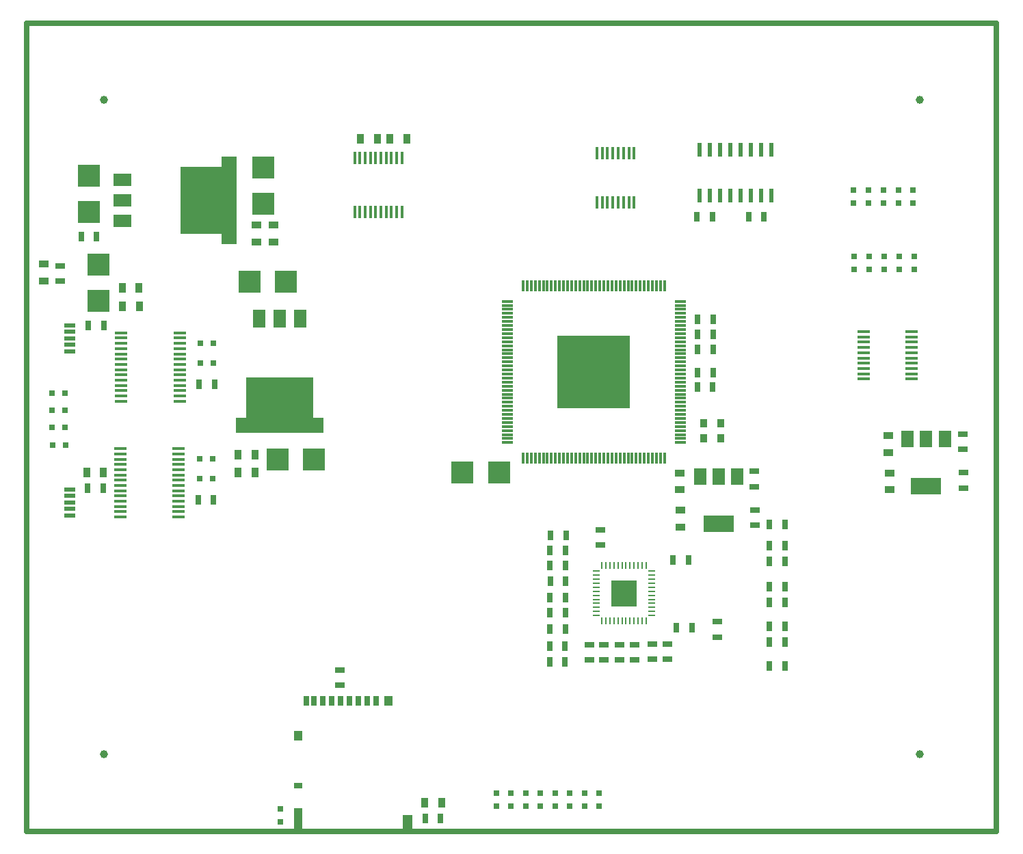
<source format=gtp>
G04*
G04 #@! TF.GenerationSoftware,Altium Limited,Altium Designer,18.1.7 (191)*
G04*
G04 Layer_Color=8421504*
%FSLAX24Y24*%
%MOIN*%
G70*
G01*
G75*
%ADD25C,0.0250*%
%ADD26R,0.0551X0.0197*%
%ADD27R,0.1102X0.1102*%
%ADD28R,0.0315X0.0276*%
%ADD29R,0.0354X0.0472*%
%ADD30R,0.0276X0.0512*%
%ADD31R,0.0160X0.0625*%
%ADD32R,0.0240X0.0650*%
%ADD33O,0.0630X0.0157*%
%ADD34R,0.0354X0.0394*%
%ADD35R,0.0512X0.0276*%
%ADD36R,0.0512X0.0748*%
%ADD37R,0.0394X0.1102*%
%ADD38R,0.0394X0.0472*%
%ADD39R,0.0276X0.0472*%
%ADD40R,0.0394X0.0315*%
%ADD41R,0.1102X0.1102*%
%ADD42R,0.0472X0.0354*%
%ADD43R,0.0276X0.0315*%
%ADD44R,0.0591X0.0157*%
%ADD45R,0.0118X0.0551*%
%ADD46R,0.0551X0.0118*%
%ADD47R,0.3575X0.3575*%
%ADD48R,0.0169X0.0642*%
%ADD49R,0.0110X0.0319*%
%ADD50R,0.0319X0.0110*%
%ADD51R,0.3280X0.2000*%
%ADD52R,0.0600X0.0850*%
%ADD53R,0.4250X0.0750*%
%ADD54R,0.0750X0.4250*%
%ADD55R,0.0850X0.0600*%
%ADD56R,0.2000X0.3280*%
%ADD57R,0.1496X0.0846*%
%ADD58R,0.0591X0.0846*%
%ADD59C,0.0394*%
G36*
X28451Y12201D02*
X29712D01*
Y10940D01*
X28451D01*
Y12201D01*
D02*
G37*
D25*
X-24Y-25D02*
X47219D01*
Y39367D01*
X-24D02*
X47219D01*
X-24D02*
X-24Y-25D01*
D26*
X2070Y16630D02*
D03*
Y16315D02*
D03*
Y16000D02*
D03*
Y15685D02*
D03*
Y15370D02*
D03*
X2070Y23370D02*
D03*
Y23685D02*
D03*
Y24000D02*
D03*
Y24315D02*
D03*
Y24630D02*
D03*
D27*
X2990Y30168D02*
D03*
Y31940D02*
D03*
X3457Y27593D02*
D03*
Y25822D02*
D03*
X11500Y32332D02*
D03*
Y30560D02*
D03*
D28*
X12340Y1044D02*
D03*
Y414D02*
D03*
X43230Y28000D02*
D03*
Y27370D02*
D03*
X42496Y28000D02*
D03*
Y27370D02*
D03*
X41762Y28000D02*
D03*
Y27370D02*
D03*
X41028Y28000D02*
D03*
Y27370D02*
D03*
X40294Y28000D02*
D03*
Y27370D02*
D03*
X43178Y31227D02*
D03*
Y30597D02*
D03*
X42448Y31227D02*
D03*
Y30597D02*
D03*
X41719Y31227D02*
D03*
Y30597D02*
D03*
X40989Y31227D02*
D03*
Y30597D02*
D03*
X40261Y31227D02*
D03*
Y30597D02*
D03*
X26444Y1833D02*
D03*
Y1203D02*
D03*
X27161Y1833D02*
D03*
Y1203D02*
D03*
X27877Y1833D02*
D03*
Y1203D02*
D03*
X25011Y1833D02*
D03*
Y1203D02*
D03*
X25728Y1833D02*
D03*
Y1203D02*
D03*
X22861Y1833D02*
D03*
Y1203D02*
D03*
X23578Y1833D02*
D03*
Y1203D02*
D03*
X24294Y1833D02*
D03*
Y1203D02*
D03*
D29*
X20194Y1351D02*
D03*
X19368D02*
D03*
X2882Y17472D02*
D03*
X3709D02*
D03*
X5440Y26443D02*
D03*
X4614D02*
D03*
X5460Y25573D02*
D03*
X4634D02*
D03*
X10272Y18337D02*
D03*
X11099D02*
D03*
X10264Y17452D02*
D03*
X11091D02*
D03*
X17673Y33734D02*
D03*
X18500D02*
D03*
X16230Y33739D02*
D03*
X17057D02*
D03*
D30*
X19382Y605D02*
D03*
X20130D02*
D03*
X35895Y29935D02*
D03*
X35147D02*
D03*
X32635Y29937D02*
D03*
X33383D02*
D03*
X2632Y28960D02*
D03*
X3380D02*
D03*
X26206Y8223D02*
D03*
X25458D02*
D03*
X32385Y9890D02*
D03*
X31637D02*
D03*
X32220Y13205D02*
D03*
X31472D02*
D03*
X26251Y14408D02*
D03*
X25503D02*
D03*
X8372Y21766D02*
D03*
X9120D02*
D03*
X33407Y21614D02*
D03*
X32659D02*
D03*
X33416Y22328D02*
D03*
X32668D02*
D03*
X33417Y23458D02*
D03*
X32668D02*
D03*
X33416Y24178D02*
D03*
X32668D02*
D03*
X33422Y24918D02*
D03*
X32674D02*
D03*
X25448Y8983D02*
D03*
X26196D02*
D03*
X26221Y9839D02*
D03*
X25473D02*
D03*
X25477Y10620D02*
D03*
X26225D02*
D03*
X25467Y11360D02*
D03*
X26215D02*
D03*
X25486Y12175D02*
D03*
X26234D02*
D03*
X25476Y12923D02*
D03*
X26224D02*
D03*
X25476Y13673D02*
D03*
X26224D02*
D03*
X36180Y8028D02*
D03*
X36928D02*
D03*
X36180Y9204D02*
D03*
X36928D02*
D03*
X36180Y9947D02*
D03*
X36928D02*
D03*
X36180Y11140D02*
D03*
X36928D02*
D03*
X36180Y11883D02*
D03*
X36928D02*
D03*
X36180Y13135D02*
D03*
X36928D02*
D03*
X36180Y13878D02*
D03*
X36928D02*
D03*
X36180Y14938D02*
D03*
X36928D02*
D03*
X2966Y24631D02*
D03*
X3714D02*
D03*
X2939Y16702D02*
D03*
X3687D02*
D03*
X9068Y16117D02*
D03*
X8320D02*
D03*
D31*
X27754Y33033D02*
D03*
X28014D02*
D03*
X28274D02*
D03*
X28534D02*
D03*
X28794D02*
D03*
X29054D02*
D03*
X29314D02*
D03*
X29574D02*
D03*
Y30638D02*
D03*
X29314D02*
D03*
X29054D02*
D03*
X28794D02*
D03*
X28534D02*
D03*
X28274D02*
D03*
X28014D02*
D03*
X27754D02*
D03*
D32*
X32756Y30953D02*
D03*
X33256D02*
D03*
X33756D02*
D03*
X34256D02*
D03*
X34756D02*
D03*
X35256D02*
D03*
X35756D02*
D03*
X36256D02*
D03*
Y33183D02*
D03*
X35756D02*
D03*
X35256D02*
D03*
X34756D02*
D03*
X34256D02*
D03*
X33756D02*
D03*
X33256D02*
D03*
X32756D02*
D03*
D33*
X40766Y24322D02*
D03*
Y24066D02*
D03*
Y23810D02*
D03*
Y23554D02*
D03*
Y23298D02*
D03*
Y23042D02*
D03*
Y22786D02*
D03*
Y22530D02*
D03*
Y22274D02*
D03*
Y22018D02*
D03*
X43089Y24322D02*
D03*
Y24066D02*
D03*
Y23810D02*
D03*
Y23554D02*
D03*
Y23298D02*
D03*
Y23042D02*
D03*
Y22786D02*
D03*
Y22530D02*
D03*
Y22274D02*
D03*
Y22018D02*
D03*
D34*
X33786Y19868D02*
D03*
Y19120D02*
D03*
X32960Y19868D02*
D03*
Y19120D02*
D03*
D35*
X15236Y7081D02*
D03*
Y7829D02*
D03*
X33617Y9430D02*
D03*
Y10178D02*
D03*
X30471Y8356D02*
D03*
Y9104D02*
D03*
X28111Y8316D02*
D03*
Y9064D02*
D03*
X27381Y8316D02*
D03*
Y9064D02*
D03*
X29581Y8310D02*
D03*
Y9058D02*
D03*
X28851Y9064D02*
D03*
Y8316D02*
D03*
X27937Y14665D02*
D03*
Y13917D02*
D03*
X31211Y9094D02*
D03*
Y8346D02*
D03*
X45628Y16704D02*
D03*
Y17452D02*
D03*
X45608Y18594D02*
D03*
Y19342D02*
D03*
X1594Y27528D02*
D03*
Y26780D02*
D03*
X35431Y16769D02*
D03*
Y17517D02*
D03*
X35451Y14879D02*
D03*
Y15627D02*
D03*
D36*
X18524Y376D02*
D03*
D37*
X13209Y554D02*
D03*
D38*
X17598Y6321D02*
D03*
X13209Y4628D02*
D03*
D39*
X13583Y6321D02*
D03*
X16555D02*
D03*
X16122Y6321D02*
D03*
X15689Y6321D02*
D03*
X13957Y6321D02*
D03*
X14390Y6321D02*
D03*
X14823Y6321D02*
D03*
X15256Y6321D02*
D03*
X16988Y6321D02*
D03*
D40*
X13209Y2187D02*
D03*
D41*
X21213Y17447D02*
D03*
X22984D02*
D03*
X10835Y26758D02*
D03*
X12607D02*
D03*
X12204Y18077D02*
D03*
X13975D02*
D03*
D42*
X41978Y18435D02*
D03*
Y19262D02*
D03*
X42018Y16615D02*
D03*
Y17442D02*
D03*
X796Y26799D02*
D03*
Y27626D02*
D03*
X31841Y14789D02*
D03*
Y15616D02*
D03*
X31801Y16609D02*
D03*
Y17436D02*
D03*
X11150Y28693D02*
D03*
Y29520D02*
D03*
X11990Y28687D02*
D03*
Y29513D02*
D03*
D43*
X9075Y23768D02*
D03*
X8445D02*
D03*
X9074Y22801D02*
D03*
X8444D02*
D03*
X1861Y18806D02*
D03*
X1231D02*
D03*
X1836Y19661D02*
D03*
X1206D02*
D03*
X1840Y20496D02*
D03*
X1211D02*
D03*
X1840Y21315D02*
D03*
X1211D02*
D03*
X8392Y17152D02*
D03*
X9022D02*
D03*
X8393Y18119D02*
D03*
X9023D02*
D03*
D44*
X4569Y24264D02*
D03*
Y24009D02*
D03*
Y23753D02*
D03*
Y23497D02*
D03*
Y23241D02*
D03*
Y22985D02*
D03*
Y22729D02*
D03*
Y22473D02*
D03*
Y22217D02*
D03*
Y21961D02*
D03*
Y21705D02*
D03*
Y21449D02*
D03*
Y21194D02*
D03*
Y20938D02*
D03*
X7424D02*
D03*
Y21194D02*
D03*
Y21449D02*
D03*
Y21705D02*
D03*
Y21961D02*
D03*
Y22217D02*
D03*
Y22473D02*
D03*
Y22729D02*
D03*
Y22985D02*
D03*
Y23241D02*
D03*
Y23497D02*
D03*
Y23753D02*
D03*
Y24009D02*
D03*
Y24264D02*
D03*
X7372Y18616D02*
D03*
Y18360D02*
D03*
Y18104D02*
D03*
Y17848D02*
D03*
Y17592D02*
D03*
Y17336D02*
D03*
Y17080D02*
D03*
Y16824D02*
D03*
Y16568D02*
D03*
Y16312D02*
D03*
Y16057D02*
D03*
Y15801D02*
D03*
Y15545D02*
D03*
Y15289D02*
D03*
X4517D02*
D03*
Y15545D02*
D03*
Y15801D02*
D03*
Y16057D02*
D03*
Y16312D02*
D03*
Y16568D02*
D03*
Y16824D02*
D03*
Y17080D02*
D03*
Y17336D02*
D03*
Y17592D02*
D03*
Y17848D02*
D03*
Y18104D02*
D03*
Y18360D02*
D03*
Y18616D02*
D03*
D45*
X31053Y26570D02*
D03*
X30856D02*
D03*
X30659D02*
D03*
X30462D02*
D03*
X30265D02*
D03*
X30069D02*
D03*
X29872D02*
D03*
X29675D02*
D03*
X29478D02*
D03*
X29281D02*
D03*
X29084D02*
D03*
X28887D02*
D03*
X28691D02*
D03*
X28494D02*
D03*
X28297D02*
D03*
X28100D02*
D03*
X27903D02*
D03*
X27706D02*
D03*
X27510D02*
D03*
X27313D02*
D03*
X27116D02*
D03*
X26919D02*
D03*
X26722D02*
D03*
X26525D02*
D03*
X26328D02*
D03*
X26132D02*
D03*
X25935D02*
D03*
X25738D02*
D03*
X25541D02*
D03*
X25344D02*
D03*
X25147D02*
D03*
X24950D02*
D03*
X24754D02*
D03*
X24557D02*
D03*
X24360D02*
D03*
X24163D02*
D03*
Y18145D02*
D03*
X24360D02*
D03*
X24557D02*
D03*
X24754D02*
D03*
X24950D02*
D03*
X25147D02*
D03*
X25344D02*
D03*
X25541D02*
D03*
X25738D02*
D03*
X25935D02*
D03*
X26132D02*
D03*
X26328D02*
D03*
X26525D02*
D03*
X26722D02*
D03*
X26919D02*
D03*
X27116D02*
D03*
X27313D02*
D03*
X27510D02*
D03*
X27706D02*
D03*
X27903D02*
D03*
X28100D02*
D03*
X28297D02*
D03*
X28494D02*
D03*
X28691D02*
D03*
X28887D02*
D03*
X29084D02*
D03*
X29281D02*
D03*
X29478D02*
D03*
X29675D02*
D03*
X29872D02*
D03*
X30069D02*
D03*
X30265D02*
D03*
X30462D02*
D03*
X30659D02*
D03*
X30856D02*
D03*
X31053D02*
D03*
D46*
X23395Y25803D02*
D03*
Y25606D02*
D03*
Y25409D02*
D03*
Y25212D02*
D03*
Y25015D02*
D03*
Y24818D02*
D03*
Y24622D02*
D03*
Y24425D02*
D03*
Y24228D02*
D03*
Y24031D02*
D03*
Y23834D02*
D03*
Y23637D02*
D03*
Y23441D02*
D03*
Y23244D02*
D03*
Y23047D02*
D03*
Y22850D02*
D03*
Y22653D02*
D03*
Y22456D02*
D03*
Y22259D02*
D03*
Y22063D02*
D03*
Y21866D02*
D03*
Y21669D02*
D03*
Y21472D02*
D03*
Y21275D02*
D03*
Y21078D02*
D03*
Y20881D02*
D03*
Y20685D02*
D03*
Y20488D02*
D03*
Y20291D02*
D03*
Y20094D02*
D03*
Y19897D02*
D03*
Y19700D02*
D03*
Y19504D02*
D03*
Y19307D02*
D03*
Y19110D02*
D03*
Y18913D02*
D03*
X31821D02*
D03*
Y19110D02*
D03*
Y19307D02*
D03*
Y19504D02*
D03*
Y19700D02*
D03*
Y19897D02*
D03*
Y20094D02*
D03*
Y20291D02*
D03*
Y20488D02*
D03*
Y20685D02*
D03*
Y20881D02*
D03*
Y21078D02*
D03*
Y21275D02*
D03*
Y21472D02*
D03*
Y21669D02*
D03*
Y21866D02*
D03*
Y22063D02*
D03*
Y22259D02*
D03*
Y22456D02*
D03*
Y22653D02*
D03*
Y22850D02*
D03*
Y23047D02*
D03*
Y23244D02*
D03*
Y23441D02*
D03*
Y23637D02*
D03*
Y23834D02*
D03*
Y24031D02*
D03*
Y24228D02*
D03*
Y24425D02*
D03*
Y24622D02*
D03*
Y24818D02*
D03*
Y25015D02*
D03*
Y25212D02*
D03*
Y25409D02*
D03*
Y25606D02*
D03*
Y25803D02*
D03*
D47*
X27608Y22358D02*
D03*
D48*
X18250Y30150D02*
D03*
X17994D02*
D03*
X17739D02*
D03*
X17483D02*
D03*
X17227D02*
D03*
X16971D02*
D03*
X16715D02*
D03*
X16459D02*
D03*
X16203D02*
D03*
X15947D02*
D03*
X15947Y32783D02*
D03*
X16203D02*
D03*
X16459D02*
D03*
X16715D02*
D03*
X16971D02*
D03*
X17227D02*
D03*
X17483D02*
D03*
X17739D02*
D03*
X17994D02*
D03*
X18250D02*
D03*
D49*
X30163Y10212D02*
D03*
X29967D02*
D03*
X29770D02*
D03*
X29573D02*
D03*
X29376D02*
D03*
X29179D02*
D03*
X28982D02*
D03*
X28785D02*
D03*
X28589D02*
D03*
X28392D02*
D03*
X28195D02*
D03*
X27998D02*
D03*
Y12928D02*
D03*
X28195D02*
D03*
X28392D02*
D03*
X28589D02*
D03*
X28785D02*
D03*
X28982D02*
D03*
X29179D02*
D03*
X29376D02*
D03*
X29573D02*
D03*
X29770D02*
D03*
X29967D02*
D03*
X30163D02*
D03*
D50*
X27722Y10487D02*
D03*
Y10684D02*
D03*
Y10881D02*
D03*
Y11078D02*
D03*
Y11275D02*
D03*
Y11472D02*
D03*
Y11669D02*
D03*
Y11865D02*
D03*
Y12062D02*
D03*
Y12259D02*
D03*
Y12456D02*
D03*
Y12653D02*
D03*
X30439D02*
D03*
Y12456D02*
D03*
Y12259D02*
D03*
Y12062D02*
D03*
Y11865D02*
D03*
Y11669D02*
D03*
Y11472D02*
D03*
Y11275D02*
D03*
Y11078D02*
D03*
Y10881D02*
D03*
Y10684D02*
D03*
Y10487D02*
D03*
D51*
X12295Y21097D02*
D03*
D52*
X11295Y24947D02*
D03*
X12295D02*
D03*
X13295D02*
D03*
D53*
X12295Y19747D02*
D03*
D54*
X9820Y30720D02*
D03*
D55*
X4620Y31720D02*
D03*
Y30720D02*
D03*
Y29720D02*
D03*
D56*
X8470Y30720D02*
D03*
D57*
X43808Y16797D02*
D03*
X33701Y14971D02*
D03*
D58*
X42903Y19100D02*
D03*
X43808D02*
D03*
X44714D02*
D03*
X34607Y17274D02*
D03*
X33701D02*
D03*
X32796D02*
D03*
D59*
X43504Y3740D02*
D03*
Y35630D02*
D03*
X3740Y3740D02*
D03*
Y35630D02*
D03*
M02*

</source>
